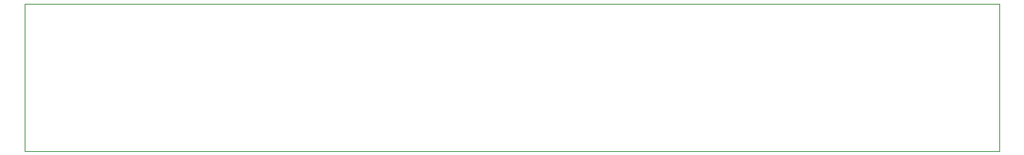
<source format=gbr>
G04 #@! TF.GenerationSoftware,KiCad,Pcbnew,(5.1.5)-3*
G04 #@! TF.CreationDate,2020-02-14T16:00:35-06:00*
G04 #@! TF.ProjectId,7Button,37427574-746f-46e2-9e6b-696361645f70,rev?*
G04 #@! TF.SameCoordinates,Original*
G04 #@! TF.FileFunction,Profile,NP*
%FSLAX46Y46*%
G04 Gerber Fmt 4.6, Leading zero omitted, Abs format (unit mm)*
G04 Created by KiCad (PCBNEW (5.1.5)-3) date 2020-02-14 16:00:35*
%MOMM*%
%LPD*%
G04 APERTURE LIST*
%ADD10C,0.050000*%
G04 APERTURE END LIST*
D10*
X134620000Y-124079000D02*
X134620000Y-140335000D01*
X241681000Y-140335000D02*
X134620000Y-140335000D01*
X241681000Y-124079000D02*
X241681000Y-140335000D01*
X134620000Y-124079000D02*
X241681000Y-124079000D01*
M02*

</source>
